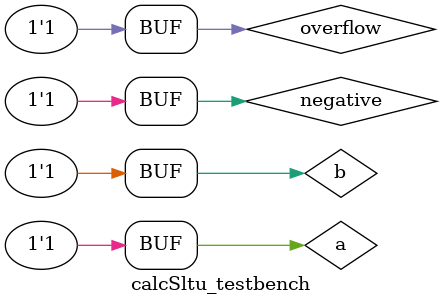
<source format=sv>


`timescale 1 ps / 100 fs

module calcSltu (sltu, overflow, negative, a, b);
	output sltu;
	input overflow, negative, a, b;
	
	wire sameSign, xnorValue, xorValue;
	
	// sameSign is true if a and b are same sign 
	xnor #50 gate0(sameSign, a, b);
	xnor #50 gate1(xnorValue, negative, overflow);
	xor #50 gate2(xorValue, negative, overflow);
	
	// if a and b are same sign, sltu = xor of neg and overflow
	// if a and b are opposite sign, sltu = xnor of neg and overlfow
	mux2_1Bit mux0 (.out(sltu), .in0(xnorValue), .in1(xorValue), .sel(sameSign)); 

endmodule 	

module calcSltu_testbench();
	wire sltu;
	reg overflow, negative, a, b;

	calcSltu dut (.sltu, .overflow, .negative, .a, .b);
	
	integer i;
	
	initial begin
		a = 1'b0; b = 1'b0;
		overflow = 1'b0; negative = 1'b0; #1000; //0
		overflow = 1'b1; negative = 1'b0; #1000; //1
		overflow = 1'b0; negative = 1'b1; #1000; //1
		overflow = 1'b1; negative = 1'b1; #1000; //0
	
		a = 1'b0; b = 1'b1;
		overflow = 1'b0; negative = 1'b0; #1000; //1
		overflow = 1'b1; negative = 1'b0; #1000; //0
		overflow = 1'b0; negative = 1'b1; #1000; //0
		overflow = 1'b1; negative = 1'b1; #1000; //1
		
		a = 1'b1; b = 1'b0;
		overflow = 1'b0; negative = 1'b0; #1000; //1
		overflow = 1'b1; negative = 1'b0; #1000; //0
		overflow = 1'b0; negative = 1'b1; #1000; //0
		overflow = 1'b1; negative = 1'b1; #1000; //1
		
		a = 1'b1; b = 1'b1;
		overflow = 1'b0; negative = 1'b0; #1000; //0
		overflow = 1'b1; negative = 1'b0; #1000; //1
		overflow = 1'b0; negative = 1'b1; #1000; //1
		overflow = 1'b1; negative = 1'b1; #1000; //0

	end

endmodule 
</source>
